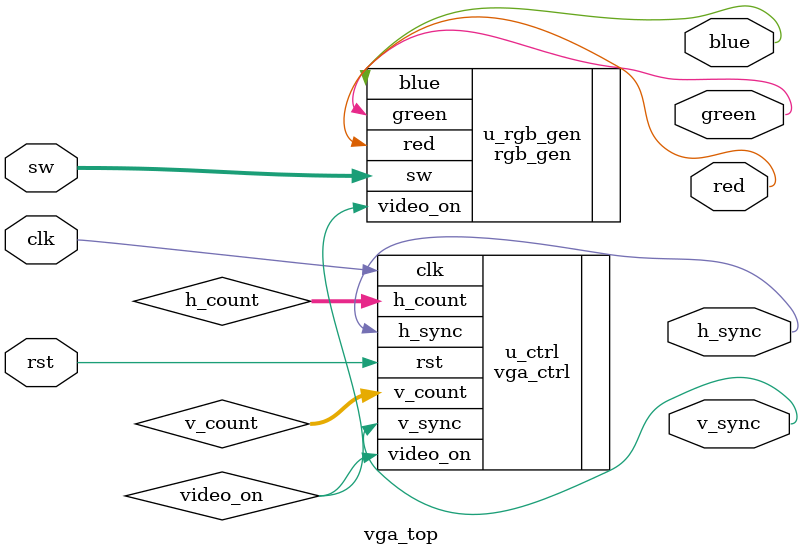
<source format=v>
module vga_top
(
    input clk,
    input rst,
    output h_sync,
    output v_sync,
    input [2:0] sw,
    output red,
    output green,
    output blue
);

wire video_on;
wire [10:0] h_count;
wire [9:0]  v_count;

vga_ctrl u_ctrl
(
    .clk(clk),
    .rst(rst),
    .h_sync(h_sync),
    .v_sync(v_sync),
    .video_on(video_on),
    .h_count(h_count),
    .v_count(v_count)
);

rgb_gen u_rgb_gen
(
    .video_on(video_on),
    .sw(sw),
    .red(red),
    .green(green),
    .blue(blue)
);
    
endmodule
</source>
